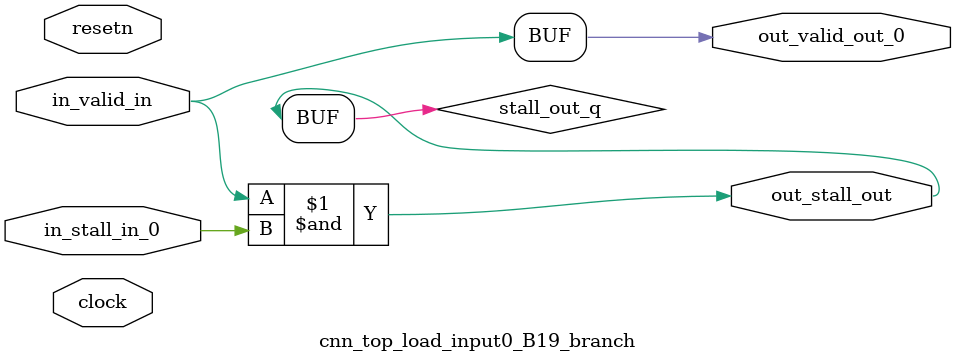
<source format=sv>



(* altera_attribute = "-name AUTO_SHIFT_REGISTER_RECOGNITION OFF; -name MESSAGE_DISABLE 10036; -name MESSAGE_DISABLE 10037; -name MESSAGE_DISABLE 14130; -name MESSAGE_DISABLE 14320; -name MESSAGE_DISABLE 15400; -name MESSAGE_DISABLE 14130; -name MESSAGE_DISABLE 10036; -name MESSAGE_DISABLE 12020; -name MESSAGE_DISABLE 12030; -name MESSAGE_DISABLE 12010; -name MESSAGE_DISABLE 12110; -name MESSAGE_DISABLE 14320; -name MESSAGE_DISABLE 13410; -name MESSAGE_DISABLE 113007; -name MESSAGE_DISABLE 10958" *)
module cnn_top_load_input0_B19_branch (
    input wire [0:0] in_stall_in_0,
    input wire [0:0] in_valid_in,
    output wire [0:0] out_stall_out,
    output wire [0:0] out_valid_out_0,
    input wire clock,
    input wire resetn
    );

    wire [0:0] stall_out_q;


    // stall_out(LOGICAL,6)
    assign stall_out_q = in_valid_in & in_stall_in_0;

    // out_stall_out(GPOUT,4)
    assign out_stall_out = stall_out_q;

    // out_valid_out_0(GPOUT,5)
    assign out_valid_out_0 = in_valid_in;

endmodule

</source>
